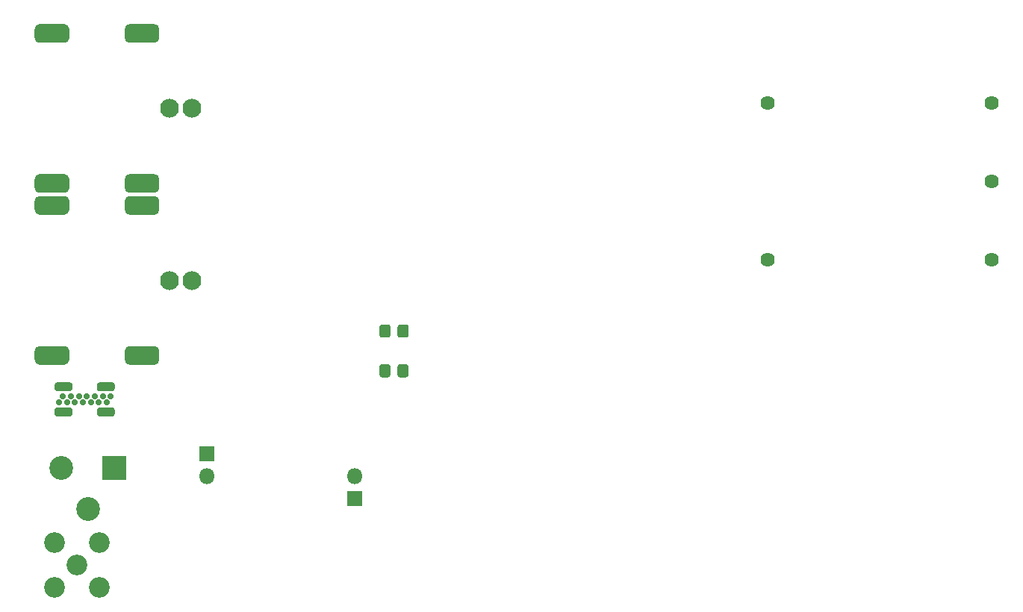
<source format=gbr>
%TF.GenerationSoftware,KiCad,Pcbnew,(5.1.6)-1*%
%TF.CreationDate,2020-10-16T13:03:48-05:00*%
%TF.ProjectId,simple-gpsdo,73696d70-6c65-42d6-9770-73646f2e6b69,C*%
%TF.SameCoordinates,Original*%
%TF.FileFunction,Soldermask,Bot*%
%TF.FilePolarity,Negative*%
%FSLAX46Y46*%
G04 Gerber Fmt 4.6, Leading zero omitted, Abs format (unit mm)*
G04 Created by KiCad (PCBNEW (5.1.6)-1) date 2020-10-16 13:03:48*
%MOMM*%
%LPD*%
G01*
G04 APERTURE LIST*
%ADD10C,1.624000*%
%ADD11R,2.700000X2.700000*%
%ADD12C,2.700000*%
%ADD13C,2.350000*%
%ADD14C,2.132000*%
%ADD15R,1.800000X1.800000*%
%ADD16O,1.800000X1.800000*%
%ADD17C,0.700000*%
G04 APERTURE END LIST*
D10*
%TO.C,Y2*%
X184700000Y-106890000D03*
X184700000Y-98000000D03*
X184700000Y-89110000D03*
X159300000Y-89110000D03*
X159300000Y-106890000D03*
%TD*%
%TO.C,C4*%
G36*
G01*
X118625000Y-119021738D02*
X118625000Y-119978262D01*
G75*
G02*
X118353262Y-120250000I-271738J0D01*
G01*
X117646738Y-120250000D01*
G75*
G02*
X117375000Y-119978262I0J271738D01*
G01*
X117375000Y-119021738D01*
G75*
G02*
X117646738Y-118750000I271738J0D01*
G01*
X118353262Y-118750000D01*
G75*
G02*
X118625000Y-119021738I0J-271738D01*
G01*
G37*
G36*
G01*
X116575000Y-119021738D02*
X116575000Y-119978262D01*
G75*
G02*
X116303262Y-120250000I-271738J0D01*
G01*
X115596738Y-120250000D01*
G75*
G02*
X115325000Y-119978262I0J271738D01*
G01*
X115325000Y-119021738D01*
G75*
G02*
X115596738Y-118750000I271738J0D01*
G01*
X116303262Y-118750000D01*
G75*
G02*
X116575000Y-119021738I0J-271738D01*
G01*
G37*
%TD*%
%TO.C,C6*%
G36*
G01*
X117375000Y-115478262D02*
X117375000Y-114521738D01*
G75*
G02*
X117646738Y-114250000I271738J0D01*
G01*
X118353262Y-114250000D01*
G75*
G02*
X118625000Y-114521738I0J-271738D01*
G01*
X118625000Y-115478262D01*
G75*
G02*
X118353262Y-115750000I-271738J0D01*
G01*
X117646738Y-115750000D01*
G75*
G02*
X117375000Y-115478262I0J271738D01*
G01*
G37*
G36*
G01*
X115325000Y-115478262D02*
X115325000Y-114521738D01*
G75*
G02*
X115596738Y-114250000I271738J0D01*
G01*
X116303262Y-114250000D01*
G75*
G02*
X116575000Y-114521738I0J-271738D01*
G01*
X116575000Y-115478262D01*
G75*
G02*
X116303262Y-115750000I-271738J0D01*
G01*
X115596738Y-115750000D01*
G75*
G02*
X115325000Y-115478262I0J271738D01*
G01*
G37*
%TD*%
D11*
%TO.C,J2*%
X85250000Y-130500000D03*
D12*
X79250000Y-130500000D03*
X82250000Y-135200000D03*
%TD*%
D13*
%TO.C,J5*%
X83540000Y-144040000D03*
X78460000Y-144040000D03*
X78460000Y-138960000D03*
X83540000Y-138960000D03*
X81000000Y-141500000D03*
%TD*%
%TO.C,J6*%
G36*
G01*
X76768400Y-99675000D02*
X79612400Y-99675000D01*
G75*
G02*
X80145400Y-100208000I0J-533000D01*
G01*
X80145400Y-101274000D01*
G75*
G02*
X79612400Y-101807000I-533000J0D01*
G01*
X76768400Y-101807000D01*
G75*
G02*
X76235400Y-101274000I0J533000D01*
G01*
X76235400Y-100208000D01*
G75*
G02*
X76768400Y-99675000I533000J0D01*
G01*
G37*
G36*
G01*
X76768400Y-116693000D02*
X79612400Y-116693000D01*
G75*
G02*
X80145400Y-117226000I0J-533000D01*
G01*
X80145400Y-118292000D01*
G75*
G02*
X79612400Y-118825000I-533000J0D01*
G01*
X76768400Y-118825000D01*
G75*
G02*
X76235400Y-118292000I0J533000D01*
G01*
X76235400Y-117226000D01*
G75*
G02*
X76768400Y-116693000I533000J0D01*
G01*
G37*
G36*
G01*
X86979200Y-99675000D02*
X89823200Y-99675000D01*
G75*
G02*
X90356200Y-100208000I0J-533000D01*
G01*
X90356200Y-101274000D01*
G75*
G02*
X89823200Y-101807000I-533000J0D01*
G01*
X86979200Y-101807000D01*
G75*
G02*
X86446200Y-101274000I0J533000D01*
G01*
X86446200Y-100208000D01*
G75*
G02*
X86979200Y-99675000I533000J0D01*
G01*
G37*
G36*
G01*
X86979200Y-116693000D02*
X89823200Y-116693000D01*
G75*
G02*
X90356200Y-117226000I0J-533000D01*
G01*
X90356200Y-118292000D01*
G75*
G02*
X89823200Y-118825000I-533000J0D01*
G01*
X86979200Y-118825000D01*
G75*
G02*
X86446200Y-118292000I0J533000D01*
G01*
X86446200Y-117226000D01*
G75*
G02*
X86979200Y-116693000I533000J0D01*
G01*
G37*
D14*
X94090800Y-109250000D03*
X91500000Y-109250000D03*
%TD*%
%TO.C,J8*%
X91500000Y-89750000D03*
X94090800Y-89750000D03*
G36*
G01*
X86979200Y-97193000D02*
X89823200Y-97193000D01*
G75*
G02*
X90356200Y-97726000I0J-533000D01*
G01*
X90356200Y-98792000D01*
G75*
G02*
X89823200Y-99325000I-533000J0D01*
G01*
X86979200Y-99325000D01*
G75*
G02*
X86446200Y-98792000I0J533000D01*
G01*
X86446200Y-97726000D01*
G75*
G02*
X86979200Y-97193000I533000J0D01*
G01*
G37*
G36*
G01*
X86979200Y-80175000D02*
X89823200Y-80175000D01*
G75*
G02*
X90356200Y-80708000I0J-533000D01*
G01*
X90356200Y-81774000D01*
G75*
G02*
X89823200Y-82307000I-533000J0D01*
G01*
X86979200Y-82307000D01*
G75*
G02*
X86446200Y-81774000I0J533000D01*
G01*
X86446200Y-80708000D01*
G75*
G02*
X86979200Y-80175000I533000J0D01*
G01*
G37*
G36*
G01*
X76768400Y-97193000D02*
X79612400Y-97193000D01*
G75*
G02*
X80145400Y-97726000I0J-533000D01*
G01*
X80145400Y-98792000D01*
G75*
G02*
X79612400Y-99325000I-533000J0D01*
G01*
X76768400Y-99325000D01*
G75*
G02*
X76235400Y-98792000I0J533000D01*
G01*
X76235400Y-97726000D01*
G75*
G02*
X76768400Y-97193000I533000J0D01*
G01*
G37*
G36*
G01*
X76768400Y-80175000D02*
X79612400Y-80175000D01*
G75*
G02*
X80145400Y-80708000I0J-533000D01*
G01*
X80145400Y-81774000D01*
G75*
G02*
X79612400Y-82307000I-533000J0D01*
G01*
X76768400Y-82307000D01*
G75*
G02*
X76235400Y-81774000I0J533000D01*
G01*
X76235400Y-80708000D01*
G75*
G02*
X76768400Y-80175000I533000J0D01*
G01*
G37*
%TD*%
D15*
%TO.C,JP2*%
X112500000Y-134000000D03*
D16*
X112500000Y-131460000D03*
%TD*%
D17*
%TO.C,J9*%
X79450000Y-122390000D03*
X79000000Y-123110000D03*
X79900000Y-123110000D03*
X80800000Y-123110000D03*
X81700000Y-123110000D03*
X82600000Y-123110000D03*
X83500000Y-123110000D03*
X84400000Y-123110000D03*
X80350000Y-122390000D03*
X81250000Y-122390000D03*
X82150000Y-122390000D03*
X83050000Y-122390000D03*
X83950000Y-122390000D03*
X84850000Y-122390000D03*
G36*
G01*
X78750000Y-123680000D02*
X80250000Y-123680000D01*
G75*
G02*
X80500000Y-123930000I0J-250000D01*
G01*
X80500000Y-124430000D01*
G75*
G02*
X80250000Y-124680000I-250000J0D01*
G01*
X78750000Y-124680000D01*
G75*
G02*
X78500000Y-124430000I0J250000D01*
G01*
X78500000Y-123930000D01*
G75*
G02*
X78750000Y-123680000I250000J0D01*
G01*
G37*
G36*
G01*
X78750000Y-120820000D02*
X80250000Y-120820000D01*
G75*
G02*
X80500000Y-121070000I0J-250000D01*
G01*
X80500000Y-121570000D01*
G75*
G02*
X80250000Y-121820000I-250000J0D01*
G01*
X78750000Y-121820000D01*
G75*
G02*
X78500000Y-121570000I0J250000D01*
G01*
X78500000Y-121070000D01*
G75*
G02*
X78750000Y-120820000I250000J0D01*
G01*
G37*
G36*
G01*
X83550000Y-123680000D02*
X85050000Y-123680000D01*
G75*
G02*
X85300000Y-123930000I0J-250000D01*
G01*
X85300000Y-124430000D01*
G75*
G02*
X85050000Y-124680000I-250000J0D01*
G01*
X83550000Y-124680000D01*
G75*
G02*
X83300000Y-124430000I0J250000D01*
G01*
X83300000Y-123930000D01*
G75*
G02*
X83550000Y-123680000I250000J0D01*
G01*
G37*
G36*
G01*
X83550000Y-120820000D02*
X85050000Y-120820000D01*
G75*
G02*
X85300000Y-121070000I0J-250000D01*
G01*
X85300000Y-121570000D01*
G75*
G02*
X85050000Y-121820000I-250000J0D01*
G01*
X83550000Y-121820000D01*
G75*
G02*
X83300000Y-121570000I0J250000D01*
G01*
X83300000Y-121070000D01*
G75*
G02*
X83550000Y-120820000I250000J0D01*
G01*
G37*
%TD*%
D15*
%TO.C,J1*%
X95750000Y-128960000D03*
D16*
X95750000Y-131500000D03*
%TD*%
M02*

</source>
